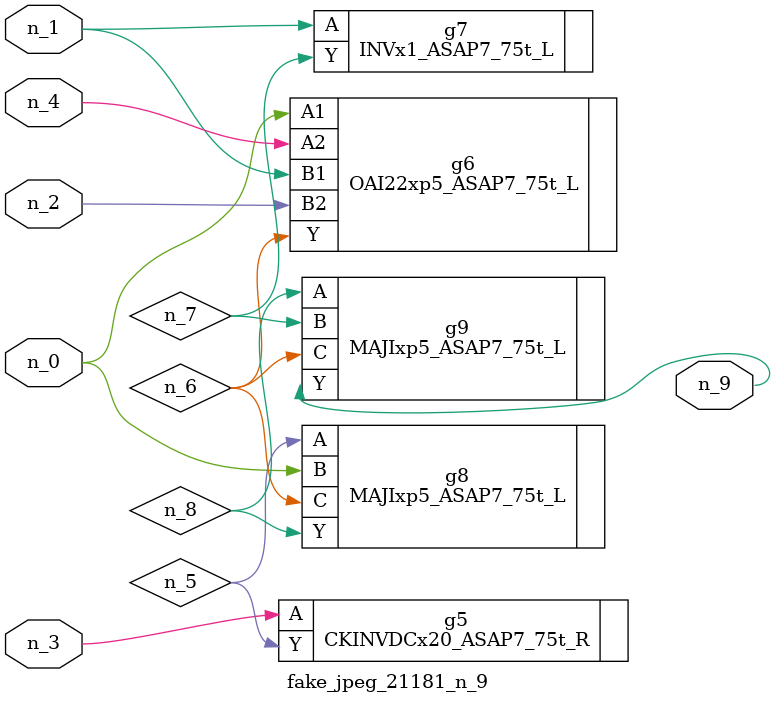
<source format=v>
module fake_jpeg_21181_n_9 (n_3, n_2, n_1, n_0, n_4, n_9);

input n_3;
input n_2;
input n_1;
input n_0;
input n_4;

output n_9;

wire n_8;
wire n_6;
wire n_5;
wire n_7;

CKINVDCx20_ASAP7_75t_R g5 ( 
.A(n_3),
.Y(n_5)
);

OAI22xp5_ASAP7_75t_L g6 ( 
.A1(n_0),
.A2(n_4),
.B1(n_1),
.B2(n_2),
.Y(n_6)
);

INVx1_ASAP7_75t_L g7 ( 
.A(n_1),
.Y(n_7)
);

MAJIxp5_ASAP7_75t_L g8 ( 
.A(n_5),
.B(n_0),
.C(n_6),
.Y(n_8)
);

MAJIxp5_ASAP7_75t_L g9 ( 
.A(n_8),
.B(n_7),
.C(n_6),
.Y(n_9)
);


endmodule
</source>
